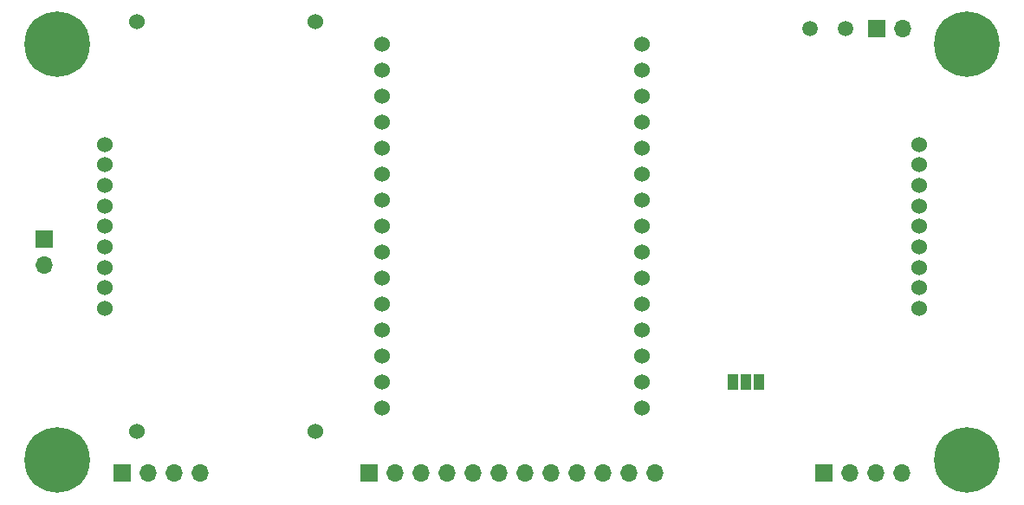
<source format=gbs>
%TF.GenerationSoftware,KiCad,Pcbnew,5.99.0+really5.1.10+dfsg1-1*%
%TF.CreationDate,2022-02-16T20:05:08+00:00*%
%TF.ProjectId,lcd,6c63642e-6b69-4636-9164-5f7063625858,rev?*%
%TF.SameCoordinates,Original*%
%TF.FileFunction,Soldermask,Bot*%
%TF.FilePolarity,Negative*%
%FSLAX46Y46*%
G04 Gerber Fmt 4.6, Leading zero omitted, Abs format (unit mm)*
G04 Created by KiCad (PCBNEW 5.99.0+really5.1.10+dfsg1-1) date 2022-02-16 20:05:08*
%MOMM*%
%LPD*%
G01*
G04 APERTURE LIST*
%ADD10C,1.500000*%
%ADD11C,1.524000*%
%ADD12C,0.800000*%
%ADD13C,6.400000*%
%ADD14R,1.700000X1.700000*%
%ADD15O,1.700000X1.700000*%
%ADD16R,1.000000X1.500000*%
G04 APERTURE END LIST*
D10*
%TO.C,R2*%
X107500000Y-28900000D03*
X104100000Y-28900000D03*
%TD*%
D11*
%TO.C,U2*%
X87630000Y-48260000D03*
X87630000Y-45720000D03*
X87630000Y-43180000D03*
X87630000Y-40640000D03*
X87630000Y-38100000D03*
X87630000Y-35560000D03*
X87630000Y-33020000D03*
X87630000Y-50800000D03*
X87630000Y-53340000D03*
X87630000Y-55880000D03*
X87630000Y-58420000D03*
X87630000Y-60960000D03*
X87630000Y-63500000D03*
X87630000Y-30480000D03*
X87630000Y-66040000D03*
X62230000Y-66040000D03*
X62230000Y-63500000D03*
X62230000Y-60960000D03*
X62230000Y-58420000D03*
X62230000Y-55880000D03*
X62230000Y-53340000D03*
X62230000Y-50800000D03*
X62230000Y-48260000D03*
X62230000Y-45720000D03*
X62230000Y-43180000D03*
X62230000Y-40640000D03*
X62230000Y-38100000D03*
X62230000Y-35560000D03*
X62230000Y-33020000D03*
X62230000Y-30480000D03*
%TD*%
%TO.C,U3*%
X114730000Y-40260000D03*
X114730000Y-42260000D03*
X114730000Y-44260000D03*
X114730000Y-46260000D03*
X114730000Y-48260000D03*
X114730000Y-50260000D03*
X114730000Y-52260000D03*
X114730000Y-54260000D03*
X114730000Y-56260000D03*
X35130000Y-40260000D03*
X35130000Y-42260000D03*
X35130000Y-44260000D03*
X35130000Y-46260000D03*
X35130000Y-48260000D03*
X35130000Y-50260000D03*
X35130000Y-52260000D03*
X35130000Y-54260000D03*
X35130000Y-56260000D03*
%TD*%
%TO.C,U1*%
X38240000Y-28260000D03*
X38240000Y-68260000D03*
X55740000Y-28260000D03*
X55740000Y-68260000D03*
%TD*%
D12*
%TO.C,REF\u002A\u002A*%
X32177056Y-69422944D03*
X30480000Y-68720000D03*
X28782944Y-69422944D03*
X28080000Y-71120000D03*
X28782944Y-72817056D03*
X30480000Y-73520000D03*
X32177056Y-72817056D03*
X32880000Y-71120000D03*
D13*
X30480000Y-71120000D03*
%TD*%
D12*
%TO.C,REF\u002A\u002A*%
X32177056Y-28782944D03*
X30480000Y-28080000D03*
X28782944Y-28782944D03*
X28080000Y-30480000D03*
X28782944Y-32177056D03*
X30480000Y-32880000D03*
X32177056Y-32177056D03*
X32880000Y-30480000D03*
D13*
X30480000Y-30480000D03*
%TD*%
D12*
%TO.C,REF\u002A\u002A*%
X121077056Y-28782944D03*
X119380000Y-28080000D03*
X117682944Y-28782944D03*
X116980000Y-30480000D03*
X117682944Y-32177056D03*
X119380000Y-32880000D03*
X121077056Y-32177056D03*
X121780000Y-30480000D03*
D13*
X119380000Y-30480000D03*
%TD*%
D12*
%TO.C,REF\u002A\u002A*%
X121077056Y-69422944D03*
X119380000Y-68720000D03*
X117682944Y-69422944D03*
X116980000Y-71120000D03*
X117682944Y-72817056D03*
X119380000Y-73520000D03*
X121077056Y-72817056D03*
X121780000Y-71120000D03*
D13*
X119380000Y-71120000D03*
%TD*%
D14*
%TO.C,J2*%
X60960000Y-72390000D03*
D15*
X63500000Y-72390000D03*
X66040000Y-72390000D03*
X68580000Y-72390000D03*
X71120000Y-72390000D03*
X73660000Y-72390000D03*
X76200000Y-72390000D03*
X78740000Y-72390000D03*
X81280000Y-72390000D03*
X83820000Y-72390000D03*
X86360000Y-72390000D03*
X88900000Y-72390000D03*
%TD*%
%TO.C,J3*%
X113030000Y-72390000D03*
X110490000Y-72390000D03*
X107950000Y-72390000D03*
D14*
X105410000Y-72390000D03*
%TD*%
%TO.C,J4*%
X36830000Y-72390000D03*
D15*
X39370000Y-72390000D03*
X41910000Y-72390000D03*
X44450000Y-72390000D03*
%TD*%
D16*
%TO.C,JP1*%
X96490000Y-63500000D03*
X99090000Y-63500000D03*
X97790000Y-63500000D03*
%TD*%
D14*
%TO.C,J1*%
X29210000Y-49530000D03*
D15*
X29210000Y-52070000D03*
%TD*%
D14*
%TO.C,J5*%
X110560000Y-28900000D03*
D15*
X113100000Y-28900000D03*
%TD*%
M02*

</source>
